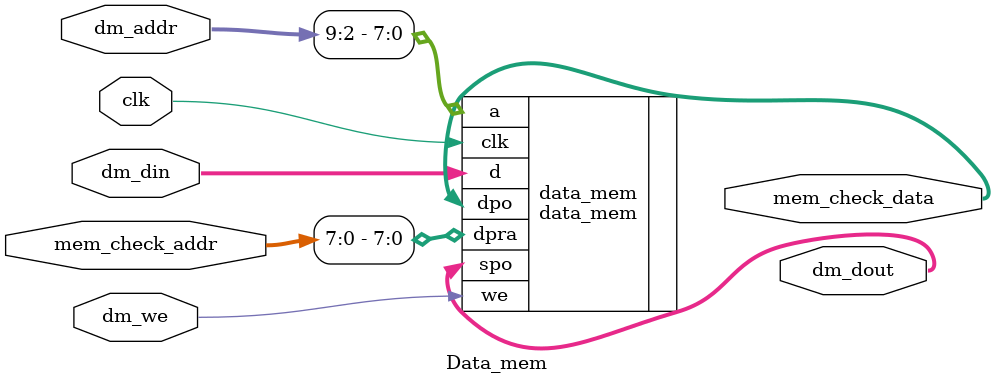
<source format=v>
module Data_mem(
    input clk,
    input dm_we,
    input [31:0]dm_addr,
    input [31:0]dm_din,
    input [31:0]mem_check_addr,
    output [31:0]dm_dout,
    output [31:0]mem_check_data
);

    data_mem data_mem(
        .a(dm_addr[9:2]),
        .d(dm_din),
        .dpra(mem_check_addr[7:0]),
        .clk(clk),
        .we(dm_we),
        .spo(dm_dout),
        .dpo(mem_check_data)
    );

endmodule
</source>
